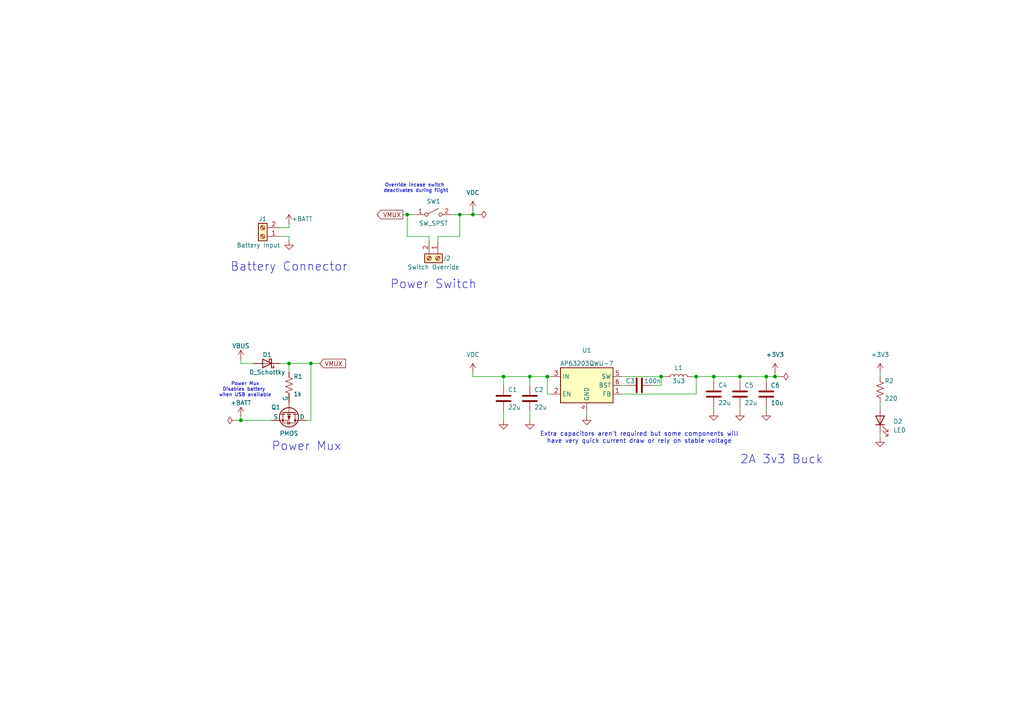
<source format=kicad_sch>
(kicad_sch (version 20231120) (generator "eeschema") (generator_version "8.0")
  (paper "A4")
  (lib_symbols
    (symbol "Connector:Screw_Terminal_01x02" (pin_names (offset 1.016) hide)
      (property "Reference" "J" (at 0 2.54 0))
      (property "Value" "Screw_Terminal_01x02" (at 0 -5.08 0))
      (symbol "Screw_Terminal_01x02_1_1"
        (rectangle (start -1.27 1.27) (end 1.27 -3.81) (stroke (width 0.254)) (fill (type background)))
        (circle (center 0 -2.54) (radius 0.635) (stroke (width 0.1524)))
        (polyline (pts (xy -0.5334 -2.2098) (xy 0.3302 -3.048)) (stroke (width 0.1524)))
        (polyline (pts (xy -0.5334 0.3302) (xy 0.3302 -0.508)) (stroke (width 0.1524)))
        (polyline (pts (xy -0.3556 -2.032) (xy 0.508 -2.8702)) (stroke (width 0.1524)))
        (polyline (pts (xy -0.3556 0.508) (xy 0.508 -0.3302)) (stroke (width 0.1524)))
        (circle (center 0 0) (radius 0.635) (stroke (width 0.1524)))
        (pin passive line (at -5.08 0 0) (length 3.81) (name "Pin_1") (number "1"))
        (pin passive line (at -5.08 -2.54 0) (length 3.81) (name "Pin_2") (number "2"))
      )
    )
    (symbol "Device:C" (pin_numbers hide) (pin_names (offset 0.254))
      (property "Reference" "C" (at 0.635 2.54 0))
      (property "Value" "C" (at 0.635 -2.54 0))
      (symbol "C_0_1"
        (polyline (pts (xy -2.032 -0.762) (xy 2.032 -0.762)) (stroke (width 0.508)))
        (polyline (pts (xy -2.032 0.762) (xy 2.032 0.762)) (stroke (width 0.508)))
      )
      (symbol "C_1_1"
        (pin passive line (at 0 3.81 270) (length 2.794) (name "~") (number "1"))
        (pin passive line (at 0 -3.81 90) (length 2.794) (name "~") (number "2"))
      )
    )
    (symbol "Device:D_Schottky" (pin_numbers hide) (pin_names (offset 1.016) hide)
      (property "Reference" "D" (at 0 2.54 0))
      (property "Value" "D_Schottky" (at 0 -2.54 0))
      (symbol "D_Schottky_0_1"
        (polyline (pts (xy 1.27 0) (xy -1.27 0)))
        (polyline (pts (xy 1.27 1.27) (xy 1.27 -1.27) (xy -1.27 0) (xy 1.27 1.27)) (stroke (width 0.254)))
        (polyline (pts (xy -1.905 0.635) (xy -1.905 1.27) (xy -1.27 1.27) (xy -1.27 -1.27) (xy -0.635 -1.27) (xy -0.635 -0.635)) (stroke (width 0.254)))
      )
      (symbol "D_Schottky_1_1"
        (pin passive line (at -3.81 0 0) (length 2.54) (name "K") (number "1"))
        (pin passive line (at 3.81 0 180) (length 2.54) (name "A") (number "2"))
      )
    )
    (symbol "Device:L" (pin_numbers hide) (pin_names (offset 1.016) hide)
      (property "Reference" "L" (at -1.27 0 90))
      (property "Value" "L" (at 1.905 0 90))
      (symbol "L_0_1"
        (arc (start 0 -2.54) (mid 0.6323 -1.905) (end 0 -1.27))
        (arc (start 0 -1.27) (mid 0.6323 -0.635) (end 0 0))
        (arc (start 0 0) (mid 0.6323 0.635) (end 0 1.27))
        (arc (start 0 1.27) (mid 0.6323 1.905) (end 0 2.54))
      )
      (symbol "L_1_1"
        (pin passive line (at 0 3.81 270) (length 1.27) (name "1") (number "1"))
        (pin passive line (at 0 -3.81 90) (length 1.27) (name "2") (number "2"))
      )
    )
    (symbol "Device:LED" (pin_numbers hide) (pin_names (offset 1.016) hide)
      (property "Reference" "D" (at 0 2.54 0))
      (property "Value" "LED" (at 0 -2.54 0))
      (symbol "LED_0_1"
        (polyline (pts (xy -1.27 -1.27) (xy -1.27 1.27)) (stroke (width 0.254)))
        (polyline (pts (xy -1.27 0) (xy 1.27 0)))
        (polyline (pts (xy 1.27 -1.27) (xy 1.27 1.27) (xy -1.27 0) (xy 1.27 -1.27)) (stroke (width 0.254)))
        (polyline (pts (xy -3.048 -0.762) (xy -4.572 -2.286) (xy -3.81 -2.286) (xy -4.572 -2.286) (xy -4.572 -1.524)))
        (polyline (pts (xy -1.778 -0.762) (xy -3.302 -2.286) (xy -2.54 -2.286) (xy -3.302 -2.286) (xy -3.302 -1.524)))
      )
      (symbol "LED_1_1"
        (pin passive line (at -3.81 0 0) (length 2.54) (name "K") (number "1"))
        (pin passive line (at 3.81 0 180) (length 2.54) (name "A") (number "2"))
      )
    )
    (symbol "Device:R_US" (pin_numbers hide) (pin_names (offset 0))
      (property "Reference" "R" (at 2.54 0 90))
      (property "Value" "R_US" (at -2.54 0 90))
      (symbol "R_US_0_1"
        (polyline (pts (xy 0 -2.286) (xy 0 -2.54)))
        (polyline (pts (xy 0 2.286) (xy 0 2.54)))
        (polyline (pts (xy 0 -0.762) (xy 1.016 -1.143) (xy 0 -1.524) (xy -1.016 -1.905) (xy 0 -2.286)))
        (polyline (pts (xy 0 0.762) (xy 1.016 0.381) (xy 0 0) (xy -1.016 -0.381) (xy 0 -0.762)))
        (polyline (pts (xy 0 2.286) (xy 1.016 1.905) (xy 0 1.524) (xy -1.016 1.143) (xy 0 0.762)))
      )
      (symbol "R_US_1_1"
        (pin passive line (at 0 3.81 270) (length 1.27) (name "~") (number "1"))
        (pin passive line (at 0 -3.81 90) (length 1.27) (name "~") (number "2"))
      )
    )
    (symbol "MCU:AP63203QWU-7"
      (property "Reference" "U" (at -7.62 6.35 0))
      (property "Value" "AP63203QWU-7" (at 5.08 6.35 0))
      (symbol "AP63203QWU-7_0_1"
        (rectangle (start -7.62 5.08) (end 7.62 -5.08) (stroke (width 0.254)) (fill (type background)))
      )
      (symbol "AP63203QWU-7_1_1"
        (pin input line (at 10.16 -2.54 180) (length 2.54) (name "FB") (number "1"))
        (pin input line (at -10.16 -2.54 0) (length 2.54) (name "EN") (number "2"))
        (pin power_in line (at -10.16 2.54 0) (length 2.54) (name "IN") (number "3"))
        (pin power_in line (at 0 -7.62 90) (length 2.54) (name "GND") (number "4"))
        (pin output line (at 10.16 2.54 180) (length 2.54) (name "SW") (number "5"))
        (pin passive line (at 10.16 0 180) (length 2.54) (name "BST") (number "6"))
      )
    )
    (symbol "Simulation_SPICE:PMOS" (pin_numbers hide) (pin_names (offset 0))
      (property "Reference" "Q" (at 5.08 1.27 0))
      (property "Value" "PMOS" (at 5.08 -1.27 0))
      (symbol "PMOS_0_1"
        (polyline (pts (xy 0.254 0) (xy -2.54 0)))
        (polyline (pts (xy 0.254 1.905) (xy 0.254 -1.905)) (stroke (width 0.254)))
        (polyline (pts (xy 0.762 -1.27) (xy 0.762 -2.286)) (stroke (width 0.254)))
        (polyline (pts (xy 0.762 0.508) (xy 0.762 -0.508)) (stroke (width 0.254)))
        (polyline (pts (xy 0.762 2.286) (xy 0.762 1.27)) (stroke (width 0.254)))
        (polyline (pts (xy 2.54 2.54) (xy 2.54 1.778)))
        (polyline (pts (xy 2.54 -2.54) (xy 2.54 0) (xy 0.762 0)))
        (polyline (pts (xy 0.762 1.778) (xy 3.302 1.778) (xy 3.302 -1.778) (xy 0.762 -1.778)))
        (polyline (pts (xy 2.286 0) (xy 1.27 0.381) (xy 1.27 -0.381) (xy 2.286 0)) (fill (type outline)))
        (polyline (pts (xy 2.794 -0.508) (xy 2.921 -0.381) (xy 3.683 -0.381) (xy 3.81 -0.254)))
        (polyline (pts (xy 3.302 -0.381) (xy 2.921 0.254) (xy 3.683 0.254) (xy 3.302 -0.381)))
        (circle (center 1.651 0) (radius 2.794) (stroke (width 0.254)))
        (circle (center 2.54 -1.778) (radius 0.254) (fill (type outline)))
        (circle (center 2.54 1.778) (radius 0.254) (fill (type outline)))
      )
      (symbol "PMOS_1_1"
        (pin passive line (at 2.54 5.08 270) (length 2.54) (name "D") (number "1"))
        (pin input line (at -5.08 0 0) (length 2.54) (name "G") (number "2"))
        (pin passive line (at 2.54 -5.08 90) (length 2.54) (name "S") (number "3"))
      )
    )
    (symbol "Switch:SW_SPST" (pin_names (offset 0) hide)
      (property "Reference" "SW" (at 0 3.175 0))
      (property "Value" "SW_SPST" (at 0 -2.54 0))
      (symbol "SW_SPST_0_0"
        (circle (center -2.032 0) (radius 0.508))
        (polyline (pts (xy -1.524 0.254) (xy 1.524 1.778)))
        (circle (center 2.032 0) (radius 0.508))
      )
      (symbol "SW_SPST_1_1"
        (pin passive line (at -5.08 0 0) (length 2.54) (name "A") (number "1"))
        (pin passive line (at 5.08 0 180) (length 2.54) (name "B") (number "2"))
      )
    )
    (symbol "power:+3V3" (power) (pin_numbers hide) (pin_names (offset 0) hide)
      (property "Value" "+3V3" (at 0 3.556 0))
      (symbol "+3V3_0_1"
        (polyline (pts (xy -0.762 1.27) (xy 0 2.54)))
        (polyline (pts (xy 0 0) (xy 0 2.54)))
        (polyline (pts (xy 0 2.54) (xy 0.762 1.27)))
      )
      (symbol "+3V3_1_1"
        (pin power_in line (at 0 0 90) (length 0) (name "~") (number "1"))
      )
    )
    (symbol "power:+BATT" (power) (pin_numbers hide) (pin_names (offset 0) hide)
      (property "Value" "+BATT" (at 0 3.556 0))
      (symbol "+BATT_0_1"
        (polyline (pts (xy -0.762 1.27) (xy 0 2.54)))
        (polyline (pts (xy 0 0) (xy 0 2.54)))
        (polyline (pts (xy 0 2.54) (xy 0.762 1.27)))
      )
      (symbol "+BATT_1_1"
        (pin power_in line (at 0 0 90) (length 0) (name "~") (number "1"))
      )
    )
    (symbol "power:GND" (power) (pin_numbers hide) (pin_names (offset 0) hide)
      (property "Value" "GND" (at 0 -3.81 0))
      (symbol "GND_0_1"
        (polyline (pts (xy 0 0) (xy 0 -1.27) (xy 1.27 -1.27) (xy 0 -2.54) (xy -1.27 -1.27) (xy 0 -1.27)))
      )
      (symbol "GND_1_1"
        (pin power_in line (at 0 0 270) (length 0) (name "~") (number "1"))
      )
    )
    (symbol "power:PWR_FLAG" (power) (pin_numbers hide) (pin_names (offset 0) hide)
      (property "Value" "PWR_FLAG" (at 0 3.81 0))
      (symbol "PWR_FLAG_0_0"
        (pin power_out line (at 0 0 90) (length 0) (name "~") (number "1"))
      )
      (symbol "PWR_FLAG_0_1"
        (polyline (pts (xy 0 0) (xy 0 1.27) (xy -1.016 1.905) (xy 0 2.54) (xy 1.016 1.905) (xy 0 1.27)))
      )
    )
    (symbol "power:VBUS" (power) (pin_numbers hide) (pin_names (offset 0) hide)
      (property "Value" "VBUS" (at 0 3.556 0))
      (symbol "VBUS_0_1"
        (polyline (pts (xy -0.762 1.27) (xy 0 2.54)))
        (polyline (pts (xy 0 0) (xy 0 2.54)))
        (polyline (pts (xy 0 2.54) (xy 0.762 1.27)))
      )
      (symbol "VBUS_1_1"
        (pin power_in line (at 0 0 90) (length 0) (name "~") (number "1"))
      )
    )
    (symbol "power:VDC" (power) (pin_numbers hide) (pin_names (offset 0) hide)
      (property "Value" "VDC" (at 0 3.556 0))
      (symbol "VDC_0_1"
        (polyline (pts (xy -0.762 1.27) (xy 0 2.54)))
        (polyline (pts (xy 0 0) (xy 0 2.54)))
        (polyline (pts (xy 0 2.54) (xy 0.762 1.27)))
      )
      (symbol "VDC_1_1"
        (pin power_in line (at 0 0 90) (length 0) (name "~") (number "1"))
      )
    )
  )
  (junction (at 214.63 109.22))
  (junction (at 207.01 109.22))
  (junction (at 137.16 62.23))
  (junction (at 133.35 62.23))
  (junction (at 118.11 62.23))
  (junction (at 153.67 109.22))
  (junction (at 90.17 105.41))
  (junction (at 158.75 109.22))
  (junction (at 222.25 109.22))
  (junction (at 224.79 109.22))
  (junction (at 83.82 105.41))
  (junction (at 191.77 109.22))
  (junction (at 146.05 109.22))
  (junction (at 69.85 121.92))
  (junction (at 201.93 109.22))
  (wire (pts (xy 146.05 109.22) (xy 153.67 109.22)))
  (wire (pts (xy 207.01 110.49) (xy 207.01 109.22)))
  (wire (pts (xy 69.85 104.14) (xy 69.85 105.41)))
  (wire (pts (xy 153.67 119.38) (xy 153.67 121.92)))
  (wire (pts (xy 222.25 109.22) (xy 224.79 109.22)))
  (wire (pts (xy 160.02 114.3) (xy 158.75 114.3)))
  (wire (pts (xy 146.05 109.22) (xy 146.05 111.76)))
  (wire (pts (xy 191.77 109.22) (xy 193.04 109.22)))
  (wire (pts (xy 138.43 62.23) (xy 137.16 62.23)))
  (wire (pts (xy 69.85 120.65) (xy 69.85 121.92)))
  (wire (pts (xy 124.46 69.85) (xy 124.46 68.58)))
  (wire (pts (xy 81.28 105.41) (xy 83.82 105.41)))
  (wire (pts (xy 214.63 110.49) (xy 214.63 109.22)))
  (wire (pts (xy 180.34 109.22) (xy 191.77 109.22)))
  (wire (pts (xy 191.77 111.76) (xy 189.23 111.76)))
  (wire (pts (xy 201.93 114.3) (xy 201.93 109.22)))
  (wire (pts (xy 83.82 66.04) (xy 83.82 64.77)))
  (wire (pts (xy 133.35 68.58) (xy 133.35 62.23)))
  (wire (pts (xy 118.11 62.23) (xy 120.65 62.23)))
  (wire (pts (xy 224.79 109.22) (xy 226.06 109.22)))
  (wire (pts (xy 118.11 68.58) (xy 118.11 62.23)))
  (wire (pts (xy 90.17 105.41) (xy 90.17 121.92)))
  (wire (pts (xy 224.79 107.95) (xy 224.79 109.22)))
  (wire (pts (xy 153.67 109.22) (xy 153.67 111.76)))
  (wire (pts (xy 201.93 109.22) (xy 200.66 109.22)))
  (wire (pts (xy 158.75 109.22) (xy 160.02 109.22)))
  (wire (pts (xy 68.58 121.92) (xy 69.85 121.92)))
  (wire (pts (xy 137.16 107.95) (xy 137.16 109.22)))
  (wire (pts (xy 83.82 68.58) (xy 83.82 69.85)))
  (wire (pts (xy 83.82 68.58) (xy 81.28 68.58)))
  (wire (pts (xy 255.27 125.73) (xy 255.27 127)))
  (wire (pts (xy 83.82 115.57) (xy 83.82 114.3)))
  (wire (pts (xy 83.82 66.04) (xy 81.28 66.04)))
  (wire (pts (xy 153.67 109.22) (xy 158.75 109.22)))
  (wire (pts (xy 133.35 62.23) (xy 137.16 62.23)))
  (wire (pts (xy 222.25 118.11) (xy 222.25 119.38)))
  (wire (pts (xy 201.93 109.22) (xy 207.01 109.22)))
  (wire (pts (xy 207.01 118.11) (xy 207.01 119.38)))
  (wire (pts (xy 214.63 109.22) (xy 222.25 109.22)))
  (wire (pts (xy 90.17 105.41) (xy 92.71 105.41)))
  (wire (pts (xy 116.84 62.23) (xy 118.11 62.23)))
  (wire (pts (xy 137.16 109.22) (xy 146.05 109.22)))
  (wire (pts (xy 83.82 107.95) (xy 83.82 105.41)))
  (wire (pts (xy 255.27 107.95) (xy 255.27 109.22)))
  (wire (pts (xy 214.63 118.11) (xy 214.63 119.38)))
  (wire (pts (xy 170.18 119.38) (xy 170.18 120.65)))
  (wire (pts (xy 255.27 116.84) (xy 255.27 118.11)))
  (wire (pts (xy 222.25 109.22) (xy 222.25 110.49)))
  (wire (pts (xy 191.77 109.22) (xy 191.77 111.76)))
  (wire (pts (xy 158.75 114.3) (xy 158.75 109.22)))
  (wire (pts (xy 69.85 121.92) (xy 78.74 121.92)))
  (wire (pts (xy 207.01 109.22) (xy 214.63 109.22)))
  (wire (pts (xy 127 69.85) (xy 127 68.58)))
  (wire (pts (xy 180.34 114.3) (xy 201.93 114.3)))
  (wire (pts (xy 180.34 111.76) (xy 181.61 111.76)))
  (wire (pts (xy 130.81 62.23) (xy 133.35 62.23)))
  (wire (pts (xy 146.05 119.38) (xy 146.05 121.92)))
  (wire (pts (xy 124.46 68.58) (xy 118.11 68.58)))
  (wire (pts (xy 127 68.58) (xy 133.35 68.58)))
  (wire (pts (xy 137.16 60.96) (xy 137.16 62.23)))
  (wire (pts (xy 88.9 121.92) (xy 90.17 121.92)))
  (wire (pts (xy 69.85 105.41) (xy 73.66 105.41)))
  (wire (pts (xy 90.17 105.41) (xy 83.82 105.41)))
  (text "2A 3v3 Buck" (at 238.76 133.35 0) (effects (font (size 2.5 2.5)) (justify right)))
  (text "Extra capacitors aren't required but some components will\nhave very quick current draw or rely on stable voltage" (at 185.42 127 0) (effects (font (size 1.27 1.27))))
  (text "Power Switch" (at 125.73 82.55 0) (effects (font (size 2.5 2.5))))
  (text "Power Mux\nDisables battery \nwhen USB available" (at 71.12 113.03 0) (effects (font (size 1 1))))
  (text "Power Mux" (at 88.9 129.54 0) (effects (font (size 2.5 2.5))))
  (text "Override incase switch \ndeactivates during flight" (at 120.65 54.61 0) (effects (font (size 1 1))))
  (text "Battery Connector" (at 83.82 77.47 0) (effects (font (size 2.5 2.5))))
  (global_label "VMUX" (shape input) (at 92.71 105.41 0) (property "Intersheetrefs" "${INTERSHEET_REFS}" (effects (hide yes))))
  (global_label "VMUX" (shape output) (at 116.84 62.23 180) (property "Intersheetrefs" "${INTERSHEET_REFS}" (effects (hide yes))))
  (symbol (lib_id "Device:C") (at 153.67 115.57 0) (unit 1)
    (property "Reference" "C2" (at 154.94 113.03 0) (effects (justify left)))
    (property "Value" "22u" (at 154.94 118.11 0) (effects (justify left)))
    (property "Footprint" "Capacitor_SMD:C_0201_0603Metric" (effects (hide yes)))
    (property "Description" "Unpolarized capacitor" (effects (hide yes)))
  )
  (symbol (lib_id "Device:C") (at 185.42 111.76 90) (unit 1)
    (property "Reference" "C3" (at 184.15 110.49 90) (effects (justify left)))
    (property "Value" "100n" (at 191.77 110.49 90) (effects (justify left)))
    (property "Footprint" "Capacitor_SMD:C_0201_0603Metric" (effects (hide yes)))
    (property "Description" "Unpolarized capacitor" (effects (hide yes)))
  )
  (symbol (lib_id "Connector:Screw_Terminal_01x02") (at 127 74.93 270) (unit 1)
    (property "Reference" "J2" (at 129.54 74.93 90))
    (property "Value" "Switch Override" (at 125.73 77.47 90))
    (property "Description" "Generic screw terminal, single row, 01x02, script generated (kicad-library-utils/schlib/autogen/connector/)" (effects (hide yes)))
  )
  (symbol (lib_id "Device:C") (at 207.01 114.3 0) (unit 1)
    (property "Reference" "C4" (at 208.28 111.76 0) (effects (justify left)))
    (property "Value" "22u" (at 208.28 116.84 0) (effects (justify left)))
    (property "Footprint" "Capacitor_SMD:C_0201_0603Metric" (effects (hide yes)))
    (property "Description" "Unpolarized capacitor" (effects (hide yes)))
  )
  (symbol (lib_id "Simulation_SPICE:PMOS") (at 83.82 119.38 270) (unit 1)
    (property "Reference" "Q1" (at 80.01 118.11 90))
    (property "Value" "PMOS" (at 83.82 125.73 90))
    (property "Datasheet" "https://ngspice.sourceforge.io/docs/ngspice-html-manual/manual.xhtml#cha_MOSFETs" (effects (hide yes)))
    (property "Description" "P-MOSFET transistor, drain/source/gate" (effects (hide yes)))
    (property "Sim.Device" "PMOS" (effects (hide yes)))
    (property "Sim.Type" "VDMOS" (effects (hide yes)))
    (property "Sim.Pins" "1=D 2=G 3=S" (effects (hide yes)))
  )
  (symbol (lib_id "power:VDC") (at 137.16 60.96 0) (unit 1)
    (property "Reference" "#PWR05" (effects (hide yes)))
    (property "Value" "VDC" (at 137.16 55.88 0))
    (property "Description" "Power symbol creates a global label with name \"VDC\"" (effects (hide yes)))
  )
  (symbol (lib_id "Device:R_US") (at 83.82 111.76 0) (unit 1)
    (property "Reference" "R1" (at 85.09 109.22 0) (effects (justify left)))
    (property "Value" "1k" (at 85.09 114.3 0) (effects (justify left)))
    (property "Description" "Resistor, US symbol" (effects (hide yes)))
  )
  (symbol (lib_id "Device:LED") (at 255.27 121.92 90) (unit 1)
    (property "Reference" "D2" (at 259.08 122.2374 90) (effects (justify right)))
    (property "Value" "LED" (at 259.08 124.7774 90) (effects (justify right)))
    (property "Footprint" "LED_SMD:LED_0805_2012Metric" (effects (hide yes)))
    (property "Description" "Light emitting diode" (effects (hide yes)))
  )
  (symbol (lib_id "power:GND") (at 146.05 121.92 0) (unit 1)
    (property "Reference" "#PWR07" (effects (hide yes)))
    (property "Value" "GND" (effects (hide yes)))
    (property "Description" "Power symbol creates a global label with name \"GND\" , ground" (effects (hide yes)))
  )
  (symbol (lib_id "power:PWR_FLAG") (at 226.06 109.22 270) (unit 1)
    (property "Reference" "#FLG03" (effects (hide yes)))
    (property "Value" "PWR_FLAG" (effects (hide yes)))
    (property "Description" "Special symbol for telling ERC where power comes from" (effects (hide yes)))
  )
  (symbol (lib_id "Switch:SW_SPST") (at 125.73 62.23 0) (unit 1)
    (property "Reference" "SW1" (at 125.73 58.42 0))
    (property "Value" "SW_SPST" (at 125.73 64.77 0))
    (property "Description" "Single Pole Single Throw (SPST) switch" (effects (hide yes)))
  )
  (symbol (lib_id "power:PWR_FLAG") (at 138.43 62.23 270) (unit 1)
    (property "Reference" "#FLG02" (effects (hide yes)))
    (property "Value" "PWR_FLAG" (effects (hide yes)))
    (property "Description" "Special symbol for telling ERC where power comes from" (effects (hide yes)))
  )
  (symbol (lib_id "power:GND") (at 222.25 119.38 0) (unit 1)
    (property "Reference" "#PWR012" (effects (hide yes)))
    (property "Value" "GND" (effects (hide yes)))
    (property "Description" "Power symbol creates a global label with name \"GND\" , ground" (effects (hide yes)))
  )
  (symbol (lib_id "power:GND") (at 214.63 119.38 0) (unit 1)
    (property "Reference" "#PWR011" (effects (hide yes)))
    (property "Value" "GND" (effects (hide yes)))
    (property "Description" "Power symbol creates a global label with name \"GND\" , ground" (effects (hide yes)))
  )
  (symbol (lib_id "power:+BATT") (at 69.85 120.65 0) (unit 1)
    (property "Reference" "#PWR02" (effects (hide yes)))
    (property "Value" "+BATT" (at 69.85 116.84 0))
    (property "Description" "Power symbol creates a global label with name \"+BATT\"" (effects (hide yes)))
  )
  (symbol (lib_id "Device:R_US") (at 255.27 113.03 0) (unit 1)
    (property "Reference" "R2" (at 256.54 110.49 0) (effects (justify left)))
    (property "Value" "220" (at 256.54 115.57 0) (effects (justify left)))
    (property "Description" "Resistor, US symbol" (effects (hide yes)))
  )
  (symbol (lib_id "MCU:AP63203QWU-7") (at 170.18 111.76 0) (unit 1)
    (property "Reference" "U1" (at 170.18 101.6 0))
    (property "Value" "AP63203QWU-7" (at 170.18 105.41 0))
    (property "Datasheet" "https://www.diodes.com/assets/Datasheets/AP63200Q_AP63201Q_AP63203Q_AP63205Q.pdf" (effects (hide yes)))
  )
  (symbol (lib_id "power:GND") (at 255.27 127 0) (unit 1)
    (property "Reference" "#PWR015" (effects (hide yes)))
    (property "Value" "GND" (effects (hide yes)))
    (property "Description" "Power symbol creates a global label with name \"GND\" , ground" (effects (hide yes)))
  )
  (symbol (lib_id "power:VDC") (at 137.16 107.95 0) (unit 1)
    (property "Reference" "#PWR06" (effects (hide yes)))
    (property "Value" "VDC" (at 137.16 102.87 0))
    (property "Description" "Power symbol creates a global label with name \"VDC\"" (effects (hide yes)))
  )
  (symbol (lib_id "Device:C") (at 146.05 115.57 0) (unit 1)
    (property "Reference" "C1" (at 147.32 113.03 0) (effects (justify left)))
    (property "Value" "22u" (at 147.32 118.11 0) (effects (justify left)))
    (property "Footprint" "Capacitor_SMD:C_0201_0603Metric" (effects (hide yes)))
    (property "Description" "Unpolarized capacitor" (effects (hide yes)))
  )
  (symbol (lib_id "Connector:Screw_Terminal_01x02") (at 76.2 68.58 180) (unit 1)
    (property "Reference" "J1" (at 76.2 63.5 0))
    (property "Value" "Battery Input" (at 74.93 71.12 0))
    (property "Footprint" "TerminalBlock:TerminalBlock_bornier-2_P5.08mm" (effects (hide yes)))
    (property "Description" "Generic screw terminal, single row, 01x02, script generated (kicad-library-utils/schlib/autogen/connector/)" (effects (hide yes)))
  )
  (symbol (lib_id "Device:C") (at 214.63 114.3 0) (unit 1)
    (property "Reference" "C5" (at 215.9 111.76 0) (effects (justify left)))
    (property "Value" "22u" (at 215.9 116.84 0) (effects (justify left)))
    (property "Footprint" "Capacitor_SMD:C_0201_0603Metric" (effects (hide yes)))
    (property "Description" "Unpolarized capacitor" (effects (hide yes)))
  )
  (symbol (lib_id "power:GND") (at 153.67 121.92 0) (unit 1)
    (property "Reference" "#PWR08" (effects (hide yes)))
    (property "Value" "GND" (effects (hide yes)))
    (property "Description" "Power symbol creates a global label with name \"GND\" , ground" (effects (hide yes)))
  )
  (symbol (lib_id "power:PWR_FLAG") (at 68.58 121.92 90) (unit 1)
    (property "Reference" "#FLG01" (effects (hide yes)))
    (property "Value" "PWR_FLAG" (effects (hide yes)))
    (property "Description" "Special symbol for telling ERC where power comes from" (effects (hide yes)))
  )
  (symbol (lib_id "Device:L") (at 196.85 109.22 90) (unit 1)
    (property "Reference" "L1" (at 196.85 106.68 90))
    (property "Value" "3u3" (at 196.85 110.49 90))
    (property "Description" "Inductor" (effects (hide yes)))
  )
  (symbol (lib_id "power:GND") (at 207.01 119.38 0) (unit 1)
    (property "Reference" "#PWR010" (effects (hide yes)))
    (property "Value" "GND" (effects (hide yes)))
    (property "Description" "Power symbol creates a global label with name \"GND\" , ground" (effects (hide yes)))
  )
  (symbol (lib_id "power:VBUS") (at 69.85 104.14 0) (unit 1)
    (property "Reference" "#PWR01" (effects (hide yes)))
    (property "Value" "VBUS" (at 69.85 100.33 0))
    (property "Description" "Power symbol creates a global label with name \"VBUS\"" (effects (hide yes)))
  )
  (symbol (lib_id "power:+BATT") (at 83.82 64.77 0) (unit 1)
    (property "Reference" "#PWR03" (effects (hide yes)))
    (property "Value" "+BATT" (at 87.63 63.5 0))
    (property "Description" "Power symbol creates a global label with name \"+BATT\"" (effects (hide yes)))
  )
  (symbol (lib_id "Device:D_Schottky") (at 77.47 105.41 180) (unit 1)
    (property "Reference" "D1" (at 77.47 102.87 0))
    (property "Value" "D_Schottky" (at 77.47 107.95 0))
    (property "Footprint" "Diode_SMD:Nexperia_CFP3_SOD-123W" (effects (hide yes)))
    (property "Description" "Schottky diode" (effects (hide yes)))
  )
  (symbol (lib_id "power:+3V3") (at 224.79 107.95 0) (unit 1)
    (property "Reference" "#PWR013" (effects (hide yes)))
    (property "Value" "+3V3" (at 224.79 102.87 0))
    (property "Description" "Power symbol creates a global label with name \"+3V3\"" (effects (hide yes)))
  )
  (symbol (lib_id "power:+3V3") (at 255.27 107.95 0) (unit 1)
    (property "Reference" "#PWR014" (effects (hide yes)))
    (property "Value" "+3V3" (at 255.27 102.87 0))
    (property "Description" "Power symbol creates a global label with name \"+3V3\"" (effects (hide yes)))
  )
  (symbol (lib_id "power:GND") (at 83.82 69.85 0) (unit 1)
    (property "Reference" "#PWR04" (effects (hide yes)))
    (property "Value" "GND" (effects (hide yes)))
    (property "Description" "Power symbol creates a global label with name \"GND\" , ground" (effects (hide yes)))
  )
  (symbol (lib_id "Device:C") (at 222.25 114.3 0) (unit 1)
    (property "Reference" "C6" (at 223.52 111.76 0) (effects (justify left)))
    (property "Value" "10u" (at 223.52 116.84 0) (effects (justify left)))
    (property "Footprint" "Capacitor_SMD:C_0201_0603Metric" (effects (hide yes)))
    (property "Description" "Unpolarized capacitor" (effects (hide yes)))
  )
  (symbol (lib_id "power:GND") (at 170.18 120.65 0) (unit 1)
    (property "Reference" "#PWR09" (effects (hide yes)))
    (property "Value" "GND" (effects (hide yes)))
    (property "Description" "Power symbol creates a global label with name \"GND\" , ground" (effects (hide yes)))
  )
)
</source>
